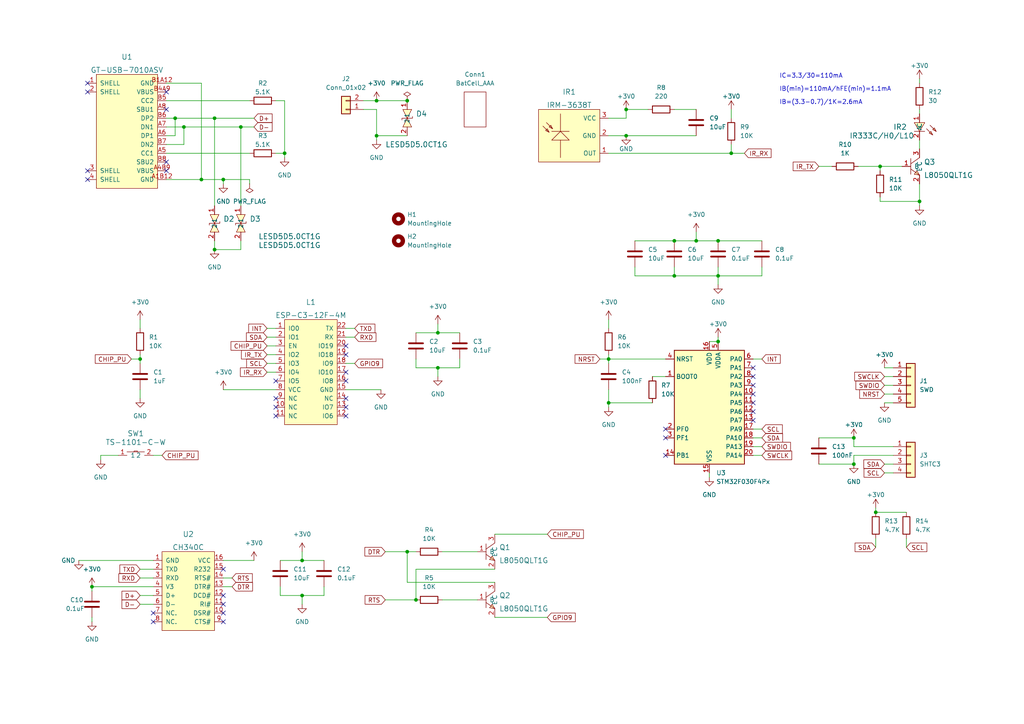
<source format=kicad_sch>
(kicad_sch (version 20211123) (generator eeschema)
  (paper "A4")
  (lib_symbols
    (symbol "Connector_Generic:Conn_01x02" (pin_names (offset 1.016) hide)
      (property "Reference" "J" (at 0 2.54 0))
      (property "Value" "Conn_01x02" (at 0 -5.08 0))
      (symbol "Conn_01x02_1_1"
        (rectangle (start -1.27 -2.413) (end 0 -2.667) (stroke (width 0.1524)))
        (rectangle (start -1.27 0.127) (end 0 -0.127) (stroke (width 0.1524)))
        (rectangle (start -1.27 1.27) (end 1.27 -3.81) (stroke (width 0.254)) (fill (type background)))
        (pin passive line (at -5.08 0 0) (length 3.81) (name "Pin_1") (number "1"))
        (pin passive line (at -5.08 -2.54 0) (length 3.81) (name "Pin_2") (number "2"))
      )
    )
    (symbol "Connector_Generic:Conn_01x04" (pin_names (offset 1.016) hide)
      (property "Reference" "J" (at 0 5.08 0))
      (property "Value" "Conn_01x04" (at 0 -7.62 0))
      (symbol "Conn_01x04_1_1"
        (rectangle (start -1.27 -4.953) (end 0 -5.207) (stroke (width 0.1524)))
        (rectangle (start -1.27 -2.413) (end 0 -2.667) (stroke (width 0.1524)))
        (rectangle (start -1.27 0.127) (end 0 -0.127) (stroke (width 0.1524)))
        (rectangle (start -1.27 2.667) (end 0 2.413) (stroke (width 0.1524)))
        (rectangle (start -1.27 3.81) (end 1.27 -6.35) (stroke (width 0.254)) (fill (type background)))
        (pin passive line (at -5.08 2.54 0) (length 3.81) (name "Pin_1") (number "1"))
        (pin passive line (at -5.08 0 0) (length 3.81) (name "Pin_2") (number "2"))
        (pin passive line (at -5.08 -2.54 0) (length 3.81) (name "Pin_3") (number "3"))
        (pin passive line (at -5.08 -5.08 0) (length 3.81) (name "Pin_4") (number "4"))
      )
    )
    (symbol "Connector_Generic:Conn_01x05" (pin_names (offset 1.016) hide)
      (property "Reference" "J" (at 0 7.62 0))
      (property "Value" "Conn_01x05" (at 0 -7.62 0))
      (symbol "Conn_01x05_1_1"
        (rectangle (start -1.27 -4.953) (end 0 -5.207) (stroke (width 0.1524)))
        (rectangle (start -1.27 -2.413) (end 0 -2.667) (stroke (width 0.1524)))
        (rectangle (start -1.27 0.127) (end 0 -0.127) (stroke (width 0.1524)))
        (rectangle (start -1.27 2.667) (end 0 2.413) (stroke (width 0.1524)))
        (rectangle (start -1.27 5.207) (end 0 4.953) (stroke (width 0.1524)))
        (rectangle (start -1.27 6.35) (end 1.27 -6.35) (stroke (width 0.254)) (fill (type background)))
        (pin passive line (at -5.08 5.08 0) (length 3.81) (name "Pin_1") (number "1"))
        (pin passive line (at -5.08 2.54 0) (length 3.81) (name "Pin_2") (number "2"))
        (pin passive line (at -5.08 0 0) (length 3.81) (name "Pin_3") (number "3"))
        (pin passive line (at -5.08 -2.54 0) (length 3.81) (name "Pin_4") (number "4"))
        (pin passive line (at -5.08 -5.08 0) (length 3.81) (name "Pin_5") (number "5"))
      )
    )
    (symbol "Device:C" (pin_numbers hide) (pin_names (offset 0.254))
      (property "Reference" "C" (at 0.635 2.54 0))
      (property "Value" "C" (at 0.635 -2.54 0))
      (symbol "C_0_1"
        (polyline (pts (xy -2.032 -0.762) (xy 2.032 -0.762)) (stroke (width 0.508)))
        (polyline (pts (xy -2.032 0.762) (xy 2.032 0.762)) (stroke (width 0.508)))
      )
      (symbol "C_1_1"
        (pin passive line (at 0 3.81 270) (length 2.794) (name "~") (number "1"))
        (pin passive line (at 0 -3.81 90) (length 2.794) (name "~") (number "2"))
      )
    )
    (symbol "Device:R" (pin_numbers hide) (pin_names (offset 0))
      (property "Reference" "R" (at 2.032 0 90))
      (property "Value" "R" (at 0 0 90))
      (symbol "R_0_1"
        (rectangle (start -1.016 -2.54) (end 1.016 2.54) (stroke (width 0.254)))
      )
      (symbol "R_1_1"
        (pin passive line (at 0 3.81 270) (length 1.27) (name "~") (number "1"))
        (pin passive line (at 0 -3.81 90) (length 1.27) (name "~") (number "2"))
      )
    )
    (symbol "MCU_ST_STM32F0:STM32F030F4Px"
      (property "Reference" "U" (at -10.16 16.51 0))
      (property "Value" "STM32F030F4Px" (at 5.08 16.51 0))
      (symbol "STM32F030F4Px_0_1"
        (rectangle (start -10.16 -17.78) (end 10.16 15.24) (stroke (width 0.254)) (fill (type background)))
      )
      (symbol "STM32F030F4Px_1_1"
        (pin input line (at -12.7 7.62 0) (length 2.54) (name "BOOT0") (number "1"))
        (pin bidirectional line (at 12.7 2.54 180) (length 2.54) (name "PA4") (number "10"))
        (pin bidirectional line (at 12.7 0 180) (length 2.54) (name "PA5") (number "11"))
        (pin bidirectional line (at 12.7 -2.54 180) (length 2.54) (name "PA6") (number "12"))
        (pin bidirectional line (at 12.7 -5.08 180) (length 2.54) (name "PA7") (number "13"))
        (pin bidirectional line (at -12.7 -15.24 0) (length 2.54) (name "PB1") (number "14"))
        (pin power_in line (at 0 -20.32 90) (length 2.54) (name "VSS") (number "15"))
        (pin power_in line (at 0 17.78 270) (length 2.54) (name "VDD") (number "16"))
        (pin bidirectional line (at 12.7 -7.62 180) (length 2.54) (name "PA9") (number "17"))
        (pin bidirectional line (at 12.7 -10.16 180) (length 2.54) (name "PA10") (number "18"))
        (pin bidirectional line (at 12.7 -12.7 180) (length 2.54) (name "PA13") (number "19"))
        (pin input line (at -12.7 -7.62 0) (length 2.54) (name "PF0") (number "2"))
        (pin bidirectional line (at 12.7 -15.24 180) (length 2.54) (name "PA14") (number "20"))
        (pin input line (at -12.7 -10.16 0) (length 2.54) (name "PF1") (number "3"))
        (pin input line (at -12.7 12.7 0) (length 2.54) (name "NRST") (number "4"))
        (pin power_in line (at 2.54 17.78 270) (length 2.54) (name "VDDA") (number "5"))
        (pin bidirectional line (at 12.7 12.7 180) (length 2.54) (name "PA0") (number "6"))
        (pin bidirectional line (at 12.7 10.16 180) (length 2.54) (name "PA1") (number "7"))
        (pin bidirectional line (at 12.7 7.62 180) (length 2.54) (name "PA2") (number "8"))
        (pin bidirectional line (at 12.7 5.08 180) (length 2.54) (name "PA3") (number "9"))
      )
    )
    (symbol "Mechanical:MountingHole" (pin_names (offset 1.016))
      (property "Reference" "H" (at 0 5.08 0))
      (property "Value" "MountingHole" (at 0 3.175 0))
      (symbol "MountingHole_0_1"
        (circle (center 0 0) (radius 1.27) (stroke (width 1.27)))
      )
    )
    (symbol "easyeda2kicad:CH340C" (pin_names (offset 1.016))
      (property "Reference" "U?" (at 0 13.97 0))
      (property "Value" "CH340C" (at 0 -13.97 0))
      (symbol "CH340C_1_1"
        (rectangle (start -7.62 11.43) (end 7.62 -11.43) (fill (type background)))
        (pin unspecified line (at -10.16 8.89 0) (length 2.54) (name "GND") (number "1"))
        (pin unspecified line (at 10.16 -6.35 180) (length 2.54) (name "DSR#") (number "10"))
        (pin unspecified line (at 10.16 -3.81 180) (length 2.54) (name "RI#") (number "11"))
        (pin unspecified line (at 10.16 -1.27 180) (length 2.54) (name "DCD#") (number "12"))
        (pin unspecified line (at 10.16 1.27 180) (length 2.54) (name "DTR#") (number "13"))
        (pin unspecified line (at 10.16 3.81 180) (length 2.54) (name "RTS#") (number "14"))
        (pin unspecified line (at 10.16 6.35 180) (length 2.54) (name "R232") (number "15"))
        (pin unspecified line (at 10.16 8.89 180) (length 2.54) (name "VCC") (number "16"))
        (pin unspecified line (at -10.16 6.35 0) (length 2.54) (name "TXD") (number "2"))
        (pin unspecified line (at -10.16 3.81 0) (length 2.54) (name "RXD") (number "3"))
        (pin unspecified line (at -10.16 1.27 0) (length 2.54) (name "V3") (number "4"))
        (pin unspecified line (at -10.16 -1.27 0) (length 2.54) (name "D+") (number "5"))
        (pin unspecified line (at -10.16 -3.81 0) (length 2.54) (name "D-") (number "6"))
        (pin unspecified line (at -10.16 -6.35 0) (length 2.54) (name "NC.") (number "7"))
        (pin unspecified line (at -10.16 -8.89 0) (length 2.54) (name "NC.") (number "8"))
        (pin unspecified line (at 10.16 -8.89 180) (length 2.54) (name "CTS#") (number "9"))
      )
    )
    (symbol "easyeda2kicad:ESP-C3-12F-4M" (pin_names (offset 1.016))
      (property "Reference" "L?" (at 0 17.78 0))
      (property "Value" "ESP-C3-12F-4M" (at 0 -17.78 0))
      (symbol "ESP-C3-12F-4M_1_1"
        (rectangle (start -7.62 15.24) (end 7.62 -15.24) (fill (type background)))
        (pin unspecified line (at -10.16 12.7 0) (length 2.54) (name "IO0") (number "1"))
        (pin unspecified line (at -10.16 -10.16 0) (length 2.54) (name "NC") (number "10"))
        (pin unspecified line (at -10.16 -12.7 0) (length 2.54) (name "NC") (number "11"))
        (pin unspecified line (at 10.16 -12.7 180) (length 2.54) (name "IO6") (number "12"))
        (pin unspecified line (at 10.16 -10.16 180) (length 2.54) (name "IO7") (number "13"))
        (pin unspecified line (at 10.16 -7.62 180) (length 2.54) (name "NC") (number "14"))
        (pin unspecified line (at 10.16 -5.08 180) (length 2.54) (name "GND") (number "15"))
        (pin unspecified line (at 10.16 -2.54 180) (length 2.54) (name "IO8") (number "16"))
        (pin unspecified line (at 10.16 0 180) (length 2.54) (name "IO10") (number "17"))
        (pin unspecified line (at 10.16 2.54 180) (length 2.54) (name "IO9") (number "18"))
        (pin unspecified line (at 10.16 5.08 180) (length 2.54) (name "IO18") (number "19"))
        (pin unspecified line (at -10.16 10.16 0) (length 2.54) (name "IO1") (number "2"))
        (pin unspecified line (at 10.16 7.62 180) (length 2.54) (name "IO19") (number "20"))
        (pin unspecified line (at 10.16 10.16 180) (length 2.54) (name "RX") (number "21"))
        (pin unspecified line (at 10.16 12.7 180) (length 2.54) (name "TX") (number "22"))
        (pin unspecified line (at -10.16 7.62 0) (length 2.54) (name "EN") (number "3"))
        (pin unspecified line (at -10.16 5.08 0) (length 2.54) (name "IO2") (number "4"))
        (pin unspecified line (at -10.16 2.54 0) (length 2.54) (name "IO3") (number "5"))
        (pin unspecified line (at -10.16 0 0) (length 2.54) (name "IO4") (number "6"))
        (pin unspecified line (at -10.16 -2.54 0) (length 2.54) (name "IO5") (number "7"))
        (pin unspecified line (at -10.16 -5.08 0) (length 2.54) (name "VCC") (number "8"))
        (pin unspecified line (at -10.16 -7.62 0) (length 2.54) (name "NC") (number "9"))
      )
    )
    (symbol "easyeda2kicad:GT-USB-7010ASV" (pin_names (offset 1.016))
      (property "Reference" "U?" (at 0 20.32 0))
      (property "Value" "GT-USB-7010ASV" (at 0 -17.78 0))
      (symbol "GT-USB-7010ASV_1_1"
        (rectangle (start -10.16 17.78) (end 7.62 -15.24) (fill (type background)))
        (pin unspecified line (at 10.16 -12.7 180) (length 2.54) (name "SHELL") (number "1"))
        (pin unspecified line (at 10.16 -10.16 180) (length 2.54) (name "SHELL") (number "2"))
        (pin unspecified line (at 10.16 12.7 180) (length 2.54) (name "SHELL") (number "3"))
        (pin unspecified line (at 10.16 15.24 180) (length 2.54) (name "SHELL") (number "4"))
        (pin unspecified line (at -12.7 15.24 0) (length 2.54) (name "GND") (number "A1B12"))
        (pin unspecified line (at -12.7 12.7 0) (length 2.54) (name "VBUS") (number "A4B9"))
        (pin unspecified line (at -12.7 7.62 0) (length 2.54) (name "CC1") (number "A5"))
        (pin unspecified line (at -12.7 2.54 0) (length 2.54) (name "DP1") (number "A6"))
        (pin unspecified line (at -12.7 0 0) (length 2.54) (name "DN1") (number "A7"))
        (pin unspecified line (at -12.7 -5.08 0) (length 2.54) (name "SBU1") (number "A8"))
        (pin unspecified line (at -12.7 -12.7 0) (length 2.54) (name "GND") (number "B1A12"))
        (pin unspecified line (at -12.7 -10.16 0) (length 2.54) (name "VBUS") (number "B4A9"))
        (pin unspecified line (at -12.7 -7.62 0) (length 2.54) (name "CC2") (number "B5"))
        (pin unspecified line (at -12.7 -2.54 0) (length 2.54) (name "DP2") (number "B6"))
        (pin unspecified line (at -12.7 5.08 0) (length 2.54) (name "DN2") (number "B7"))
        (pin unspecified line (at -12.7 10.16 0) (length 2.54) (name "SBU2") (number "B8"))
      )
    )
    (symbol "easyeda2kicad:IR333C{slash}H0{slash}L10" (pin_names (offset 1.016))
      (property "Reference" "IR?" (at 0 5.08 0))
      (property "Value" "IR333C{slash}H0{slash}L10" (at 0 -5.08 0))
      (symbol "IR333C{slash}H0{slash}L10_1_1"
        (polyline (pts (xy -0.508 3.048) (xy 1.27 4.826)))
        (polyline (pts (xy 0.508 2.032) (xy 2.286 3.81)))
        (polyline (pts (xy 1.27 1.524) (xy 1.27 -1.524)))
        (polyline (pts (xy -1.27 -1.524) (xy 1.27 0) (xy -1.27 1.524) (xy -1.27 -1.524)) (fill (type background)))
        (polyline (pts (xy 1.27 4.826) (xy 0.254 4.318) (xy 0.762 3.81) (xy 1.27 4.826)) (fill (type background)))
        (polyline (pts (xy 2.286 3.81) (xy 1.27 3.302) (xy 1.778 2.794) (xy 2.286 3.81)) (fill (type background)))
        (pin input line (at -3.81 0 0) (length 2.54) (name "A") (number "1"))
        (pin input line (at 3.81 0 180) (length 2.54) (name "C") (number "2"))
      )
    )
    (symbol "easyeda2kicad:IRM-3638T" (pin_names (offset 1.016))
      (property "Reference" "IR?" (at 0 -2.54 0))
      (property "Value" "IRM-3638T" (at 0 -12.7 0))
      (symbol "IRM-3638T_1_1"
        (rectangle (start -7.62 12.7) (end 7.62 -5.08) (fill (type background)))
        (polyline (pts (xy -1.27 6.35) (xy -6.35 6.35)))
        (polyline (pts (xy 1.27 6.35) (xy 6.35 6.35)))
        (polyline (pts (xy 1.27 8.89) (xy 1.27 3.81)))
        (polyline (pts (xy 2.794 11.43) (xy 1.016 9.652)))
        (polyline (pts (xy 3.81 10.414) (xy 2.032 8.636)))
        (polyline (pts (xy -1.27 3.81) (xy 1.27 6.35) (xy -1.27 8.89) (xy -1.27 3.81)) (fill (type background)))
        (polyline (pts (xy 1.016 9.652) (xy 2.032 10.16) (xy 1.524 10.668) (xy 1.016 9.652)) (fill (type background)))
        (polyline (pts (xy 2.032 8.636) (xy 3.048 9.144) (xy 2.54 9.652) (xy 2.032 8.636)) (fill (type background)))
        (pin input line (at -5.08 -7.62 90) (length 2.54) (name "OUT") (number "1"))
        (pin input line (at 0 -7.62 90) (length 2.54) (name "GND") (number "2"))
        (pin input line (at 5.08 -7.62 90) (length 2.54) (name "VCC") (number "3"))
      )
    )
    (symbol "easyeda2kicad:L8050QLT1G" (pin_names (offset 1.016))
      (property "Reference" "Q?" (at 0 10.16 0))
      (property "Value" "L8050QLT1G" (at 0 -10.16 0))
      (symbol "L8050QLT1G_1_1"
        (polyline (pts (xy 0 -0.762) (xy 2.54 -2.54)))
        (polyline (pts (xy 0 2.286) (xy 0 -2.286)))
        (polyline (pts (xy 2.54 2.54) (xy 0 0.762)))
        (polyline (pts (xy 2.54 -2.54) (xy 1.778 -1.27) (xy 1.016 -2.286) (xy 2.54 -2.54)) (fill (type background)))
        (pin unspecified line (at -2.54 0 0) (length 2.54) (name "B") (number "1"))
        (pin unspecified line (at 2.54 -5.08 90) (length 2.54) (name "E") (number "2"))
        (pin unspecified line (at 2.54 5.08 270) (length 2.54) (name "C") (number "3"))
      )
    )
    (symbol "easyeda2kicad:LESD5D5.0CT1G" (pin_names (offset 1.016))
      (property "Reference" "D?" (at 0 5.08 0))
      (property "Value" "LESD5D5.0CT1G" (at 0 -5.08 0))
      (symbol "LESD5D5.0CT1G_1_1"
        (polyline (pts (xy -2.54 1.27) (xy 0 0) (xy -2.54 -1.27) (xy -2.54 1.27)) (fill (type background)))
        (polyline (pts (xy 2.54 1.27) (xy 0 0) (xy 2.54 -1.27) (xy 2.54 1.27)) (fill (type background)))
        (polyline (pts (xy -0.508 1.524) (xy -0.508 1.524) (xy 0 1.524) (xy 0 -1.524) (xy 0.508 -1.524) (xy 0.508 -1.524)))
        (pin unspecified line (at -5.08 0 0) (length 2.54) (name "1") (number "1"))
        (pin unspecified line (at 5.08 0 180) (length 2.54) (name "2") (number "2"))
      )
    )
    (symbol "easyeda2kicad:TS-1101-C-W" (pin_names (offset 1.016))
      (property "Reference" "SW?" (at 0 5.08 0))
      (property "Value" "TS-1101-C-W" (at 0 -5.08 0))
      (symbol "TS-1101-C-W_1_1"
        (polyline (pts (xy -2.54 1.016) (xy 2.54 1.016)))
        (polyline (pts (xy -0.508 1.016) (xy -0.508 1.27) (xy 0.508 1.27) (xy 0.508 1.016)))
        (pin unspecified line (at -5.08 0 0) (length 2.54) (name "1") (number "1"))
        (pin unspecified line (at 5.08 0 180) (length 2.54) (name "2") (number "2"))
      )
    )
    (symbol "my_lib:BatCell_AAA"
      (property "Reference" "Conn?" (at 2.54 -13.97 0))
      (property "Value" "BatCell_AAA" (at 2.54 0 0))
      (symbol "BatCell_AAA_0_1"
        (rectangle (start -1.27 -12.7) (end 5.08 -2.54))
      )
    )
    (symbol "power:+3V0" (power) (pin_names (offset 0))
      (property "Value" "+3V0" (at 0 3.556 0))
      (symbol "+3V0_0_1"
        (polyline (pts (xy -0.762 1.27) (xy 0 2.54)))
        (polyline (pts (xy 0 0) (xy 0 2.54)))
        (polyline (pts (xy 0 2.54) (xy 0.762 1.27)))
      )
      (symbol "+3V0_1_1"
        (pin power_in line (at 0 0 90) (length 0) hide (name "+3V0") (number "1"))
      )
    )
    (symbol "power:GND" (power) (pin_names (offset 0))
      (property "Value" "GND" (at 0 -3.81 0))
      (symbol "GND_0_1"
        (polyline (pts (xy 0 0) (xy 0 -1.27) (xy 1.27 -1.27) (xy 0 -2.54) (xy -1.27 -1.27) (xy 0 -1.27)))
      )
      (symbol "GND_1_1"
        (pin power_in line (at 0 0 270) (length 0) hide (name "GND") (number "1"))
      )
    )
    (symbol "power:PWR_FLAG" (power) (pin_numbers hide) (pin_names (offset 0) hide)
      (property "Value" "PWR_FLAG" (at 0 3.81 0))
      (symbol "PWR_FLAG_0_0"
        (pin power_out line (at 0 0 90) (length 0) (name "pwr") (number "1"))
      )
      (symbol "PWR_FLAG_0_1"
        (polyline (pts (xy 0 0) (xy 0 1.27) (xy -1.016 1.905) (xy 0 2.54) (xy 1.016 1.905) (xy 0 1.27)))
      )
    )
  )
  (junction (at 118.11 160.02))
  (junction (at 127 106.68))
  (junction (at 201.93 69.85))
  (junction (at 181.61 31.75))
  (junction (at 254 148.59))
  (junction (at 64.77 52.07))
  (junction (at 82.55 44.45))
  (junction (at 208.28 69.85))
  (junction (at 176.53 116.84))
  (junction (at 247.65 127))
  (junction (at 87.63 162.56))
  (junction (at 195.58 80.01))
  (junction (at 109.22 39.37))
  (junction (at 69.85 36.83))
  (junction (at 62.23 72.39))
  (junction (at 62.23 34.29))
  (junction (at 50.8 34.29))
  (junction (at 127 96.52))
  (junction (at 208.28 80.01))
  (junction (at 120.65 173.99))
  (junction (at 247.65 134.62))
  (junction (at 255.27 48.26))
  (junction (at 53.34 36.83))
  (junction (at 40.64 104.14))
  (junction (at 212.09 44.45))
  (junction (at 118.11 29.21))
  (junction (at 195.58 69.85))
  (junction (at 266.7 58.42))
  (junction (at 87.63 172.72))
  (junction (at 176.53 104.14))
  (junction (at 181.61 39.37))
  (junction (at 58.42 52.07))
  (junction (at 26.67 170.18))
  (junction (at 109.22 29.21))
  (junction (at 208.28 99.06))
  (no_connect (at 25.4 49.53))
  (no_connect (at 64.77 177.8))
  (no_connect (at 25.4 52.07))
  (no_connect (at 218.44 111.76))
  (no_connect (at 218.44 114.3))
  (no_connect (at 218.44 116.84))
  (no_connect (at 218.44 109.22))
  (no_connect (at 218.44 106.68))
  (no_connect (at 64.77 165.1))
  (no_connect (at 44.45 180.34))
  (no_connect (at 48.26 26.67))
  (no_connect (at 48.26 31.75))
  (no_connect (at 48.26 49.53))
  (no_connect (at 44.45 177.8))
  (no_connect (at 100.33 102.87))
  (no_connect (at 100.33 107.95))
  (no_connect (at 100.33 118.11))
  (no_connect (at 100.33 100.33))
  (no_connect (at 100.33 110.49))
  (no_connect (at 100.33 120.65))
  (no_connect (at 80.01 110.49))
  (no_connect (at 80.01 120.65))
  (no_connect (at 218.44 119.38))
  (no_connect (at 218.44 121.92))
  (no_connect (at 193.04 132.08))
  (no_connect (at 193.04 124.46))
  (no_connect (at 193.04 127))
  (no_connect (at 48.26 46.99))
  (no_connect (at 25.4 24.13))
  (no_connect (at 25.4 26.67))
  (no_connect (at 64.77 180.34))
  (no_connect (at 64.77 172.72))
  (no_connect (at 80.01 115.57))
  (no_connect (at 64.77 175.26))
  (no_connect (at 100.33 115.57))
  (no_connect (at 80.01 118.11))
  (wire (pts (xy 105.41 29.21) (xy 109.22 29.21)))
  (wire (pts (xy 201.93 69.85) (xy 208.28 69.85)))
  (wire (pts (xy 109.22 31.75) (xy 109.22 39.37)))
  (wire (pts (xy 118.11 168.91) (xy 118.11 160.02)))
  (wire (pts (xy 77.47 102.87) (xy 80.01 102.87)))
  (wire (pts (xy 255.27 57.15) (xy 255.27 58.42)))
  (wire (pts (xy 82.55 44.45) (xy 82.55 45.72)))
  (wire (pts (xy 247.65 129.54) (xy 247.65 127)))
  (wire (pts (xy 93.98 172.72) (xy 87.63 172.72)))
  (wire (pts (xy 255.27 58.42) (xy 266.7 58.42)))
  (wire (pts (xy 48.26 36.83) (xy 53.34 36.83)))
  (wire (pts (xy 120.65 96.52) (xy 127 96.52)))
  (wire (pts (xy 237.49 134.62) (xy 247.65 134.62)))
  (wire (pts (xy 77.47 100.33) (xy 80.01 100.33)))
  (wire (pts (xy 120.65 165.1) (xy 120.65 173.99)))
  (wire (pts (xy 254 156.21) (xy 254 158.75)))
  (wire (pts (xy 100.33 105.41) (xy 102.87 105.41)))
  (wire (pts (xy 127 96.52) (xy 127 93.98)))
  (wire (pts (xy 255.27 48.26) (xy 261.62 48.26)))
  (wire (pts (xy 176.53 113.03) (xy 176.53 116.84)))
  (wire (pts (xy 40.64 102.87) (xy 40.64 104.14)))
  (wire (pts (xy 72.39 52.07) (xy 72.39 53.34)))
  (wire (pts (xy 29.21 133.35) (xy 29.21 132.08)))
  (wire (pts (xy 44.45 132.08) (xy 46.99 132.08)))
  (wire (pts (xy 120.65 106.68) (xy 127 106.68)))
  (wire (pts (xy 62.23 69.85) (xy 62.23 72.39)))
  (wire (pts (xy 189.23 116.84) (xy 176.53 116.84)))
  (wire (pts (xy 48.26 39.37) (xy 50.8 39.37)))
  (wire (pts (xy 212.09 41.91) (xy 212.09 44.45)))
  (wire (pts (xy 50.8 34.29) (xy 62.23 34.29)))
  (wire (pts (xy 64.77 52.07) (xy 72.39 52.07)))
  (wire (pts (xy 181.61 34.29) (xy 181.61 31.75)))
  (wire (pts (xy 40.64 175.26) (xy 44.45 175.26)))
  (wire (pts (xy 262.89 156.21) (xy 262.89 158.75)))
  (wire (pts (xy 218.44 129.54) (xy 220.98 129.54)))
  (wire (pts (xy 218.44 132.08) (xy 220.98 132.08)))
  (wire (pts (xy 266.7 58.42) (xy 266.7 53.34)))
  (wire (pts (xy 255.27 48.26) (xy 255.27 49.53)))
  (wire (pts (xy 184.15 77.47) (xy 184.15 80.01)))
  (wire (pts (xy 128.27 173.99) (xy 138.43 173.99)))
  (wire (pts (xy 118.11 39.37) (xy 109.22 39.37)))
  (wire (pts (xy 237.49 127) (xy 247.65 127)))
  (wire (pts (xy 40.64 165.1) (xy 44.45 165.1)))
  (wire (pts (xy 143.51 154.94) (xy 158.75 154.94)))
  (wire (pts (xy 254 147.32) (xy 254 148.59)))
  (wire (pts (xy 266.7 40.64) (xy 266.7 43.18)))
  (wire (pts (xy 69.85 36.83) (xy 69.85 59.69)))
  (wire (pts (xy 69.85 72.39) (xy 62.23 72.39)))
  (wire (pts (xy 173.99 104.14) (xy 176.53 104.14)))
  (wire (pts (xy 208.28 69.85) (xy 220.98 69.85)))
  (wire (pts (xy 176.53 104.14) (xy 193.04 104.14)))
  (wire (pts (xy 58.42 52.07) (xy 64.77 52.07)))
  (wire (pts (xy 53.34 36.83) (xy 69.85 36.83)))
  (wire (pts (xy 26.67 170.18) (xy 44.45 170.18)))
  (wire (pts (xy 118.11 160.02) (xy 120.65 160.02)))
  (wire (pts (xy 69.85 36.83) (xy 73.66 36.83)))
  (wire (pts (xy 64.77 162.56) (xy 73.66 162.56)))
  (wire (pts (xy 40.64 167.64) (xy 44.45 167.64)))
  (wire (pts (xy 218.44 104.14) (xy 220.98 104.14)))
  (wire (pts (xy 120.65 104.14) (xy 120.65 106.68)))
  (wire (pts (xy 248.92 48.26) (xy 255.27 48.26)))
  (wire (pts (xy 69.85 69.85) (xy 69.85 72.39)))
  (wire (pts (xy 266.7 58.42) (xy 266.7 59.69)))
  (wire (pts (xy 58.42 24.13) (xy 58.42 52.07)))
  (wire (pts (xy 29.21 132.08) (xy 34.29 132.08)))
  (wire (pts (xy 26.67 171.45) (xy 26.67 170.18)))
  (wire (pts (xy 143.51 168.91) (xy 118.11 168.91)))
  (wire (pts (xy 143.51 165.1) (xy 120.65 165.1)))
  (wire (pts (xy 181.61 31.75) (xy 187.96 31.75)))
  (wire (pts (xy 259.08 129.54) (xy 247.65 129.54)))
  (wire (pts (xy 105.41 31.75) (xy 109.22 31.75)))
  (wire (pts (xy 195.58 31.75) (xy 201.93 31.75)))
  (wire (pts (xy 80.01 29.21) (xy 82.55 29.21)))
  (wire (pts (xy 87.63 175.26) (xy 87.63 172.72)))
  (wire (pts (xy 48.26 34.29) (xy 50.8 34.29)))
  (wire (pts (xy 77.47 95.25) (xy 80.01 95.25)))
  (wire (pts (xy 87.63 162.56) (xy 87.63 160.02)))
  (wire (pts (xy 100.33 95.25) (xy 102.87 95.25)))
  (wire (pts (xy 22.86 162.56) (xy 44.45 162.56)))
  (wire (pts (xy 38.1 104.14) (xy 40.64 104.14)))
  (wire (pts (xy 247.65 132.08) (xy 247.65 134.62)))
  (wire (pts (xy 64.77 167.64) (xy 67.31 167.64)))
  (wire (pts (xy 40.64 104.14) (xy 40.64 105.41)))
  (wire (pts (xy 64.77 113.03) (xy 80.01 113.03)))
  (wire (pts (xy 26.67 180.34) (xy 26.67 179.07)))
  (wire (pts (xy 256.54 137.16) (xy 259.08 137.16)))
  (wire (pts (xy 218.44 124.46) (xy 220.98 124.46)))
  (wire (pts (xy 40.64 172.72) (xy 44.45 172.72)))
  (wire (pts (xy 256.54 116.84) (xy 259.08 116.84)))
  (wire (pts (xy 195.58 80.01) (xy 208.28 80.01)))
  (wire (pts (xy 62.23 34.29) (xy 73.66 34.29)))
  (wire (pts (xy 127 96.52) (xy 133.35 96.52)))
  (wire (pts (xy 208.28 80.01) (xy 208.28 82.55)))
  (wire (pts (xy 80.01 44.45) (xy 82.55 44.45)))
  (wire (pts (xy 176.53 34.29) (xy 181.61 34.29)))
  (wire (pts (xy 181.61 39.37) (xy 201.93 39.37)))
  (wire (pts (xy 201.93 69.85) (xy 201.93 67.31)))
  (wire (pts (xy 133.35 104.14) (xy 133.35 106.68)))
  (wire (pts (xy 82.55 29.21) (xy 82.55 44.45)))
  (wire (pts (xy 212.09 34.29) (xy 212.09 31.75)))
  (wire (pts (xy 205.74 137.16) (xy 205.74 138.43)))
  (wire (pts (xy 266.7 22.86) (xy 266.7 24.13)))
  (wire (pts (xy 176.53 102.87) (xy 176.53 104.14)))
  (wire (pts (xy 81.28 172.72) (xy 87.63 172.72)))
  (wire (pts (xy 77.47 107.95) (xy 80.01 107.95)))
  (wire (pts (xy 133.35 106.68) (xy 127 106.68)))
  (wire (pts (xy 77.47 105.41) (xy 80.01 105.41)))
  (wire (pts (xy 259.08 132.08) (xy 247.65 132.08)))
  (wire (pts (xy 100.33 97.79) (xy 102.87 97.79)))
  (wire (pts (xy 50.8 39.37) (xy 50.8 34.29)))
  (wire (pts (xy 64.77 52.07) (xy 64.77 53.34)))
  (wire (pts (xy 212.09 44.45) (xy 176.53 44.45)))
  (wire (pts (xy 220.98 80.01) (xy 208.28 80.01)))
  (wire (pts (xy 64.77 170.18) (xy 67.31 170.18)))
  (wire (pts (xy 48.26 29.21) (xy 72.39 29.21)))
  (wire (pts (xy 128.27 160.02) (xy 138.43 160.02)))
  (wire (pts (xy 266.7 31.75) (xy 266.7 33.02)))
  (wire (pts (xy 195.58 77.47) (xy 195.58 80.01)))
  (wire (pts (xy 220.98 77.47) (xy 220.98 80.01)))
  (wire (pts (xy 208.28 97.79) (xy 208.28 99.06)))
  (wire (pts (xy 184.15 69.85) (xy 195.58 69.85)))
  (wire (pts (xy 195.58 69.85) (xy 201.93 69.85)))
  (wire (pts (xy 40.64 113.03) (xy 40.64 115.57)))
  (wire (pts (xy 77.47 97.79) (xy 80.01 97.79)))
  (wire (pts (xy 143.51 179.07) (xy 158.75 179.07)))
  (wire (pts (xy 81.28 162.56) (xy 87.63 162.56)))
  (wire (pts (xy 109.22 29.21) (xy 118.11 29.21)))
  (wire (pts (xy 93.98 170.18) (xy 93.98 172.72)))
  (wire (pts (xy 87.63 162.56) (xy 93.98 162.56)))
  (wire (pts (xy 176.53 116.84) (xy 176.53 118.11)))
  (wire (pts (xy 48.26 52.07) (xy 58.42 52.07)))
  (wire (pts (xy 237.49 48.26) (xy 241.3 48.26)))
  (wire (pts (xy 189.23 109.22) (xy 193.04 109.22)))
  (wire (pts (xy 208.28 77.47) (xy 208.28 80.01)))
  (wire (pts (xy 256.54 109.22) (xy 259.08 109.22)))
  (wire (pts (xy 218.44 127) (xy 220.98 127)))
  (wire (pts (xy 176.53 104.14) (xy 176.53 105.41)))
  (wire (pts (xy 184.15 80.01) (xy 195.58 80.01)))
  (wire (pts (xy 212.09 44.45) (xy 215.9 44.45)))
  (wire (pts (xy 127 109.22) (xy 127 106.68)))
  (wire (pts (xy 111.76 173.99) (xy 120.65 173.99)))
  (wire (pts (xy 40.64 92.71) (xy 40.64 95.25)))
  (wire (pts (xy 176.53 39.37) (xy 181.61 39.37)))
  (wire (pts (xy 81.28 170.18) (xy 81.28 172.72)))
  (wire (pts (xy 48.26 44.45) (xy 72.39 44.45)))
  (wire (pts (xy 53.34 41.91) (xy 53.34 36.83)))
  (wire (pts (xy 205.74 99.06) (xy 208.28 99.06)))
  (wire (pts (xy 100.33 113.03) (xy 110.49 113.03)))
  (wire (pts (xy 256.54 134.62) (xy 259.08 134.62)))
  (wire (pts (xy 254 148.59) (xy 262.89 148.59)))
  (wire (pts (xy 48.26 41.91) (xy 53.34 41.91)))
  (wire (pts (xy 256.54 106.68) (xy 259.08 106.68)))
  (wire (pts (xy 48.26 24.13) (xy 58.42 24.13)))
  (wire (pts (xy 109.22 39.37) (xy 109.22 40.64)))
  (wire (pts (xy 111.76 160.02) (xy 118.11 160.02)))
  (wire (pts (xy 176.53 92.71) (xy 176.53 95.25)))
  (wire (pts (xy 256.54 111.76) (xy 259.08 111.76)))
  (wire (pts (xy 256.54 114.3) (xy 259.08 114.3)))
  (wire (pts (xy 62.23 34.29) (xy 62.23 59.69)))
  (text "IC=3.3/30=110mA" (at 226.06 22.86 0) (effects (font (size 1.27 1.27)) (justify left bottom)))
  (text "IB(min)=110mA/hFE(min)=1.1mA" (at 226.06 26.67 0) (effects (font (size 1.27 1.27)) (justify left bottom)))
  (text "IB=(3.3-0.7)/1K=2.6mA" (at 226.06 30.48 0) (effects (font (size 1.27 1.27)) (justify left bottom)))
  (global_label "SWCLK" (shape input) (at 256.54 109.22 180) (property "Intersheet References" "${INTERSHEET_REFS}" (effects hide)))
  (global_label "IR_RX" (shape input) (at 77.47 107.95 180) (property "Intersheet References" "${INTERSHEET_REFS}" (effects hide)))
  (global_label "D-" (shape input) (at 73.66 36.83 0) (property "Intersheet References" "${INTERSHEET_REFS}" (effects hide)))
  (global_label "TXD" (shape input) (at 40.64 165.1 180) (property "Intersheet References" "${INTERSHEET_REFS}" (effects hide)))
  (global_label "SWCLK" (shape input) (at 220.98 132.08 0) (property "Intersheet References" "${INTERSHEET_REFS}" (effects hide)))
  (global_label "CHIP_PU" (shape input) (at 77.47 100.33 180) (property "Intersheet References" "${INTERSHEET_REFS}" (effects hide)))
  (global_label "IR_TX" (shape input) (at 237.49 48.26 180) (property "Intersheet References" "${INTERSHEET_REFS}" (effects hide)))
  (global_label "SWDIO" (shape input) (at 256.54 111.76 180) (property "Intersheet References" "${INTERSHEET_REFS}" (effects hide)))
  (global_label "NRST" (shape input) (at 173.99 104.14 180) (property "Intersheet References" "${INTERSHEET_REFS}" (effects hide)))
  (global_label "SDA" (shape input) (at 254 158.75 180) (property "Intersheet References" "${INTERSHEET_REFS}" (effects hide)))
  (global_label "DTR" (shape input) (at 67.31 170.18 0) (property "Intersheet References" "${INTERSHEET_REFS}" (effects hide)))
  (global_label "SWDIO" (shape input) (at 220.98 129.54 0) (property "Intersheet References" "${INTERSHEET_REFS}" (effects hide)))
  (global_label "TXD" (shape input) (at 102.87 95.25 0) (property "Intersheet References" "${INTERSHEET_REFS}" (effects hide)))
  (global_label "CHIP_PU" (shape input) (at 46.99 132.08 0) (property "Intersheet References" "${INTERSHEET_REFS}" (effects hide)))
  (global_label "SCL" (shape input) (at 256.54 137.16 180) (property "Intersheet References" "${INTERSHEET_REFS}" (effects hide)))
  (global_label "IR_RX" (shape input) (at 215.9 44.45 0) (property "Intersheet References" "${INTERSHEET_REFS}" (effects hide)))
  (global_label "D+" (shape input) (at 40.64 172.72 180) (property "Intersheet References" "${INTERSHEET_REFS}" (effects hide)))
  (global_label "RXD" (shape input) (at 40.64 167.64 180) (property "Intersheet References" "${INTERSHEET_REFS}" (effects hide)))
  (global_label "SDA" (shape input) (at 256.54 134.62 180) (property "Intersheet References" "${INTERSHEET_REFS}" (effects hide)))
  (global_label "SCL" (shape input) (at 77.47 105.41 180) (property "Intersheet References" "${INTERSHEET_REFS}" (effects hide)))
  (global_label "SDA" (shape input) (at 220.98 127 0) (property "Intersheet References" "${INTERSHEET_REFS}" (effects hide)))
  (global_label "GPIO9" (shape input) (at 158.75 179.07 0) (property "Intersheet References" "${INTERSHEET_REFS}" (effects hide)))
  (global_label "GPIO9" (shape input) (at 102.87 105.41 0) (property "Intersheet References" "${INTERSHEET_REFS}" (effects hide)))
  (global_label "DTR" (shape input) (at 111.76 160.02 180) (property "Intersheet References" "${INTERSHEET_REFS}" (effects hide)))
  (global_label "SDA" (shape input) (at 77.47 97.79 180) (property "Intersheet References" "${INTERSHEET_REFS}" (effects hide)))
  (global_label "SCL" (shape input) (at 220.98 124.46 0) (property "Intersheet References" "${INTERSHEET_REFS}" (effects hide)))
  (global_label "CHIP_PU" (shape input) (at 38.1 104.14 180) (property "Intersheet References" "${INTERSHEET_REFS}" (effects hide)))
  (global_label "SCL" (shape input) (at 262.89 158.75 0) (property "Intersheet References" "${INTERSHEET_REFS}" (effects hide)))
  (global_label "RXD" (shape input) (at 102.87 97.79 0) (property "Intersheet References" "${INTERSHEET_REFS}" (effects hide)))
  (global_label "D+" (shape input) (at 73.66 34.29 0) (property "插入图纸页参考" "${INTERSHEET_REFS}" (effects hide)))
  (global_label "NRST" (shape input) (at 256.54 114.3 180) (property "Intersheet References" "${INTERSHEET_REFS}" (effects hide)))
  (global_label "IR_TX" (shape input) (at 77.47 102.87 180) (property "Intersheet References" "${INTERSHEET_REFS}" (effects hide)))
  (global_label "D-" (shape input) (at 40.64 175.26 180) (property "Intersheet References" "${INTERSHEET_REFS}" (effects hide)))
  (global_label "RTS" (shape input) (at 67.31 167.64 0) (property "Intersheet References" "${INTERSHEET_REFS}" (effects hide)))
  (global_label "CHIP_PU" (shape input) (at 158.75 154.94 0) (property "Intersheet References" "${INTERSHEET_REFS}" (effects hide)))
  (global_label "INT" (shape input) (at 220.98 104.14 0) (property "Intersheet References" "${INTERSHEET_REFS}" (effects hide)))
  (global_label "RTS" (shape input) (at 111.76 173.99 180) (property "Intersheet References" "${INTERSHEET_REFS}" (effects hide)))
  (global_label "INT" (shape input) (at 77.47 95.25 180) (property "Intersheet References" "${INTERSHEET_REFS}" (effects hide)))
  (symbol (lib_id "power:GND") (at 176.53 118.11 0) (unit 1)
    (property "Reference" "#PWR018" (effects hide))
    (property "Value" "GND" (at 176.53 123.19 0))
  )
  (symbol (lib_id "Device:C") (at 40.64 109.22 0) (unit 1)
    (property "Reference" "C1" (at 44.45 107.9499 0) (effects (justify left)))
    (property "Value" "1uF" (at 44.45 110.4899 0) (effects (justify left)))
    (property "Footprint" "Capacitor_SMD:C_0603_1608Metric_Pad1.08x0.95mm_HandSolder" (effects hide))
  )
  (symbol (lib_id "my_lib:BatCell_AAA") (at 135.89 24.13 0) (unit 1)
    (property "Reference" "Conn1" (at 137.795 21.59 0))
    (property "Value" "BatCell_AAA" (at 137.795 24.13 0))
    (property "Footprint" "my_lib:BatCell_AAA" (effects hide))
  )
  (symbol (lib_id "power:GND") (at 110.49 113.03 0) (unit 1)
    (property "Reference" "#PWR014" (effects hide))
    (property "Value" "GND" (at 110.49 118.11 0))
  )
  (symbol (lib_id "Connector_Generic:Conn_01x04") (at 264.16 132.08 0) (unit 1)
    (property "Reference" "J3" (at 266.7 132.0799 0) (effects (justify left)))
    (property "Value" "SHTC3" (at 266.7 134.6199 0) (effects (justify left)))
    (property "Footprint" "Connector_PinSocket_2.54mm:PinSocket_1x04_P2.54mm_Vertical" (effects hide))
  )
  (symbol (lib_id "power:+3V0") (at 254 147.32 0) (unit 1)
    (property "Reference" "#PWR033" (effects hide))
    (property "Value" "+3V0" (at 254 143.51 0))
  )
  (symbol (lib_id "power:GND") (at 29.21 133.35 0) (unit 1)
    (property "Reference" "#PWR01" (effects hide))
    (property "Value" "GND" (at 29.21 138.43 0))
  )
  (symbol (lib_id "Device:C") (at 195.58 73.66 0) (unit 1)
    (property "Reference" "C6" (at 199.39 72.3899 0) (effects (justify left)))
    (property "Value" "10uF" (at 199.39 74.9299 0) (effects (justify left)))
    (property "Footprint" "Capacitor_SMD:C_0603_1608Metric_Pad1.08x0.95mm_HandSolder" (effects hide))
  )
  (symbol (lib_id "Device:C") (at 133.35 100.33 0) (unit 1)
    (property "Reference" "C3" (at 137.16 99.0599 0) (effects (justify left)))
    (property "Value" "0.1uF" (at 137.16 101.5999 0) (effects (justify left)))
    (property "Footprint" "Capacitor_SMD:C_0603_1608Metric_Pad1.08x0.95mm_HandSolder" (effects hide))
  )
  (symbol (lib_id "Connector_Generic:Conn_01x02") (at 100.33 31.75 180) (unit 1)
    (property "Reference" "J2" (at 100.33 22.86 0))
    (property "Value" "Conn_01x02" (at 100.33 25.4 0))
    (property "Footprint" "Connector_PinHeader_2.54mm:PinHeader_1x02_P2.54mm_Vertical" (effects hide))
  )
  (symbol (lib_id "Device:C") (at 220.98 73.66 0) (unit 1)
    (property "Reference" "C8" (at 224.79 72.3899 0) (effects (justify left)))
    (property "Value" "0.1uF" (at 224.79 74.9299 0) (effects (justify left)))
    (property "Footprint" "Capacitor_SMD:C_0603_1608Metric_Pad1.08x0.95mm_HandSolder" (effects hide))
  )
  (symbol (lib_id "Device:R") (at 262.89 152.4 180) (unit 1)
    (property "Reference" "R14" (at 265.43 151.1299 0) (effects (justify right)))
    (property "Value" "4.7K" (at 265.43 153.6699 0) (effects (justify right)))
    (property "Footprint" "Resistor_SMD:R_0603_1608Metric_Pad0.98x0.95mm_HandSolder" (effects hide))
  )
  (symbol (lib_id "Device:C") (at 208.28 73.66 0) (unit 1)
    (property "Reference" "C7" (at 212.09 72.3899 0) (effects (justify left)))
    (property "Value" "0.1uF" (at 212.09 74.9299 0) (effects (justify left)))
    (property "Footprint" "Capacitor_SMD:C_0603_1608Metric_Pad1.08x0.95mm_HandSolder" (effects hide))
  )
  (symbol (lib_id "easyeda2kicad:L8050QLT1G") (at 264.16 48.26 0) (unit 1)
    (property "Reference" "Q3" (at 267.97 46.99 0) (effects (font (size 1.524 1.524)) (justify left)))
    (property "Value" "L8050QLT1G" (at 267.97 50.8 0) (effects (font (size 1.524 1.524)) (justify left)))
    (property "Footprint" "easyeda2kicad:SOT-23-3_L2.9-W1.3-P1.90-LS2.4-BR" (effects hide))
    (property "Datasheet" "https://lcsc.com/product-detail/Transistors-NPN-PNP_L8050QLT1G_C49581.html" (effects hide))
    (property "Manufacturer" "LRC" (effects hide))
    (property "LCSC Part" "C49581" (effects hide))
    (property "JLC Part" "Extended Part" (effects hide))
  )
  (symbol (lib_id "power:+3V0") (at 87.63 160.02 0) (unit 1)
    (property "Reference" "#PWR029" (effects hide))
    (property "Value" "+3V0" (at 87.63 154.94 0))
  )
  (symbol (lib_id "Device:R") (at 255.27 53.34 180) (unit 1)
    (property "Reference" "R11" (at 257.81 52.0699 0) (effects (justify right)))
    (property "Value" "10K" (at 257.81 54.6099 0) (effects (justify right)))
    (property "Footprint" "Resistor_SMD:R_0603_1608Metric_Pad0.98x0.95mm_HandSolder" (effects hide))
  )
  (symbol (lib_id "power:GND") (at 208.28 82.55 0) (unit 1)
    (property "Reference" "#PWR021" (effects hide))
    (property "Value" "GND" (at 208.28 87.63 0))
  )
  (symbol (lib_id "power:GND") (at 62.23 72.39 0) (unit 1)
    (property "Reference" "#PWR06" (effects hide))
    (property "Value" "GND" (at 62.23 77.47 0))
  )
  (symbol (lib_id "Device:R") (at 212.09 38.1 180) (unit 1)
    (property "Reference" "R9" (at 214.63 36.8299 0) (effects (justify right)))
    (property "Value" "10K" (at 214.63 39.3699 0) (effects (justify right)))
    (property "Footprint" "Resistor_SMD:R_0603_1608Metric_Pad0.98x0.95mm_HandSolder" (effects hide))
  )
  (symbol (lib_id "power:+3V0") (at 109.22 29.21 0) (unit 1)
    (property "Reference" "#PWR012" (effects hide))
    (property "Value" "+3V0" (at 109.22 24.13 0))
  )
  (symbol (lib_id "Device:R") (at 76.2 29.21 90) (unit 1)
    (property "Reference" "R2" (at 76.2 24.13 90))
    (property "Value" "5.1K" (at 76.2 26.67 90))
    (property "Footprint" "Resistor_SMD:R_0603_1608Metric_Pad0.98x0.95mm_HandSolder" (effects hide))
  )
  (symbol (lib_id "Device:C") (at 176.53 109.22 0) (unit 1)
    (property "Reference" "C4" (at 180.34 107.9499 0) (effects (justify left)))
    (property "Value" "100nF" (at 180.34 110.4899 0) (effects (justify left)))
    (property "Footprint" "Capacitor_SMD:C_0603_1608Metric_Pad1.08x0.95mm_HandSolder" (effects hide))
  )
  (symbol (lib_id "Device:R") (at 124.46 160.02 90) (unit 1)
    (property "Reference" "R4" (at 124.46 153.67 90))
    (property "Value" "10K" (at 124.46 156.21 90))
    (property "Footprint" "Resistor_SMD:R_0603_1608Metric_Pad0.98x0.95mm_HandSolder" (effects hide))
  )
  (symbol (lib_id "power:GND") (at 64.77 53.34 0) (unit 1)
    (property "Reference" "#PWR08" (effects hide))
    (property "Value" "GND" (at 64.77 58.42 0))
  )
  (symbol (lib_id "power:GND") (at 256.54 116.84 0) (unit 1)
    (property "Reference" "#PWR0102" (effects hide))
    (property "Value" "GND" (at 256.54 121.92 0))
  )
  (symbol (lib_id "easyeda2kicad:CH340C") (at 54.61 171.45 0) (unit 1)
    (property "Reference" "U2" (at 54.61 154.94 0) (effects (font (size 1.524 1.524))))
    (property "Value" "CH340C" (at 54.61 158.75 0) (effects (font (size 1.524 1.524))))
    (property "Footprint" "easyeda2kicad:SOP-16_L10.0-W3.9-P1.27-LS6.0-BL" (effects hide))
    (property "Datasheet" "https://lcsc.com/product-detail/USB_CH340C_C84681.html" (effects hide))
    (property "Manufacturer" "WCH" (effects hide))
    (property "LCSC Part" "C84681" (effects hide))
    (property "JLC Part" "Extended Part" (effects hide))
  )
  (symbol (lib_id "Device:R") (at 40.64 99.06 180) (unit 1)
    (property "Reference" "R1" (at 43.18 97.7899 0) (effects (justify right)))
    (property "Value" "10K" (at 43.18 100.3299 0) (effects (justify right)))
    (property "Footprint" "Resistor_SMD:R_0603_1608Metric_Pad0.98x0.95mm_HandSolder" (effects hide))
  )
  (symbol (lib_id "power:GND") (at 82.55 45.72 0) (unit 1)
    (property "Reference" "#PWR011" (effects hide))
    (property "Value" "GND" (at 82.55 50.8 0))
  )
  (symbol (lib_id "Connector_Generic:Conn_01x05") (at 264.16 111.76 0) (unit 1)
    (property "Reference" "J1" (at 266.7 110.4899 0) (effects (justify left)))
    (property "Value" "SWD" (at 266.7 113.0299 0) (effects (justify left)))
    (property "Footprint" "Connector_PinHeader_2.54mm:PinHeader_1x05_P2.54mm_Vertical" (effects hide))
  )
  (symbol (lib_id "Device:C") (at 201.93 35.56 0) (unit 1)
    (property "Reference" "C9" (at 205.74 34.2899 0) (effects (justify left)))
    (property "Value" "10uF" (at 205.74 36.8299 0) (effects (justify left)))
    (property "Footprint" "Capacitor_SMD:C_0603_1608Metric_Pad1.08x0.95mm_HandSolder" (effects hide))
  )
  (symbol (lib_id "power:+3V0") (at 181.61 31.75 0) (unit 1)
    (property "Reference" "#PWR023" (effects hide))
    (property "Value" "+3V0" (at 181.61 27.94 0))
  )
  (symbol (lib_id "Device:C") (at 93.98 166.37 0) (unit 1)
    (property "Reference" "C12" (at 97.79 165.0999 0) (effects (justify left)))
    (property "Value" "0.1uF" (at 97.79 167.6399 0) (effects (justify left)))
    (property "Footprint" "Capacitor_SMD:C_0603_1608Metric_Pad1.08x0.95mm_HandSolder" (effects hide))
  )
  (symbol (lib_id "Device:C") (at 120.65 100.33 0) (unit 1)
    (property "Reference" "C2" (at 124.46 99.0599 0) (effects (justify left)))
    (property "Value" "10uF" (at 124.46 101.5999 0) (effects (justify left)))
    (property "Footprint" "Capacitor_SMD:C_0603_1608Metric_Pad1.08x0.95mm_HandSolder" (effects hide))
  )
  (symbol (lib_id "power:GND") (at 127 109.22 0) (unit 1)
    (property "Reference" "#PWR016" (effects hide))
    (property "Value" "GND" (at 127 114.3 0))
  )
  (symbol (lib_id "easyeda2kicad:LESD5D5.0CT1G") (at 62.23 64.77 270) (unit 1)
    (property "Reference" "D2" (at 64.77 63.5 90) (effects (font (size 1.524 1.524)) (justify left)))
    (property "Value" "LESD5D5.0CT1G" (at 74.93 68.58 90) (effects (font (size 1.524 1.524)) (justify left)))
    (property "Footprint" "easyeda2kicad:SOD-523_L1.2-W0.8-LS1.6-BI" (effects hide))
    (property "Datasheet" "https://lcsc.com/product-detail/New-Arrivals_Leshan-Radio-LESD5D5-0CT1G_C383211.html" (effects hide))
    (property "Manufacturer" "Leshan Radio" (effects hide))
    (property "LCSC Part" "C383211" (effects hide))
    (property "JLC Part" "Extended Part" (effects hide))
  )
  (symbol (lib_id "Device:R") (at 191.77 31.75 90) (unit 1)
    (property "Reference" "R8" (at 191.77 25.4 90))
    (property "Value" "220" (at 191.77 27.94 90))
    (property "Footprint" "Resistor_SMD:R_0603_1608Metric_Pad0.98x0.95mm_HandSolder" (effects hide))
  )
  (symbol (lib_id "easyeda2kicad:GT-USB-7010ASV") (at 35.56 36.83 180) (unit 1)
    (property "Reference" "U1" (at 36.83 16.51 0) (effects (font (size 1.524 1.524))))
    (property "Value" "GT-USB-7010ASV" (at 36.83 20.32 0) (effects (font (size 1.524 1.524))))
    (property "Footprint" "easyeda2kicad:USB-C-SMD_G-SWITCH_GT-USB-7010ASV" (effects hide))
    (property "Manufacturer" "G-Switch(品赞)" (effects hide))
    (property "LCSC Part" "C2988369" (effects hide))
  )
  (symbol (lib_id "Device:R") (at 124.46 173.99 90) (unit 1)
    (property "Reference" "R5" (at 124.46 167.64 90))
    (property "Value" "10K" (at 124.46 170.18 90))
    (property "Footprint" "Resistor_SMD:R_0603_1608Metric_Pad0.98x0.95mm_HandSolder" (effects hide))
  )
  (symbol (lib_id "MCU_ST_STM32F0:STM32F030F4Px") (at 205.74 116.84 0) (unit 1)
    (property "Reference" "U3" (at 207.7594 137.16 0) (effects (justify left)))
    (property "Value" "STM32F030F4Px" (at 207.7594 139.7 0) (effects (justify left)))
    (property "Footprint" "Package_SO:TSSOP-20_4.4x6.5mm_P0.65mm" (effects hide))
    (property "Datasheet" "http://www.st.com/st-web-ui/static/active/en/resource/technical/document/datasheet/DM00088500.pdf" (effects hide))
  )
  (symbol (lib_id "power:+3V0") (at 73.66 162.56 0) (unit 1)
    (property "Reference" "#PWR010" (effects hide))
    (property "Value" "+3V0" (at 73.66 157.48 0))
  )
  (symbol (lib_id "power:+3V0") (at 212.09 31.75 0) (unit 1)
    (property "Reference" "#PWR025" (effects hide))
    (property "Value" "+3V0" (at 212.09 27.94 0))
  )
  (symbol (lib_id "power:+3V0") (at 201.93 67.31 0) (unit 1)
    (property "Reference" "#PWR019" (effects hide))
    (property "Value" "+3V0" (at 201.93 62.23 0))
  )
  (symbol (lib_id "power:GND") (at 205.74 138.43 0) (unit 1)
    (property "Reference" "#PWR020" (effects hide))
    (property "Value" "GND" (at 205.74 143.51 0))
  )
  (symbol (lib_id "power:GND") (at 247.65 134.62 0) (unit 1)
    (property "Reference" "#PWR032" (effects hide))
    (property "Value" "GND" (at 247.65 139.7 0))
  )
  (symbol (lib_id "Device:R") (at 176.53 99.06 180) (unit 1)
    (property "Reference" "R6" (at 179.07 97.7899 0) (effects (justify right)))
    (property "Value" "10K" (at 179.07 100.3299 0) (effects (justify right)))
    (property "Footprint" "Resistor_SMD:R_0603_1608Metric_Pad0.98x0.95mm_HandSolder" (effects hide))
  )
  (symbol (lib_id "power:+3V0") (at 40.64 92.71 0) (unit 1)
    (property "Reference" "#PWR04" (effects hide))
    (property "Value" "+3V0" (at 40.64 87.63 0))
  )
  (symbol (lib_id "easyeda2kicad:TS-1101-C-W") (at 39.37 132.08 0) (unit 1)
    (property "Reference" "SW1" (at 39.37 125.73 0) (effects (font (size 1.524 1.524))))
    (property "Value" "TS-1101-C-W" (at 39.37 128.27 0) (effects (font (size 1.524 1.524))))
    (property "Footprint" "easyeda2kicad:SW-SMD_L6.0-W3.3-LS8.0" (effects hide))
    (property "Manufacturer" "XKB Connectivity(中国星坤)" (effects hide))
    (property "LCSC Part" "C318938" (effects hide))
    (property "JLC Part" "Extended Part" (effects hide))
  )
  (symbol (lib_id "Device:C") (at 26.67 175.26 0) (unit 1)
    (property "Reference" "C10" (at 20.32 173.99 0) (effects (justify left)))
    (property "Value" "0.1uF" (at 19.05 176.53 0) (effects (justify left)))
    (property "Footprint" "Capacitor_SMD:C_0603_1608Metric_Pad1.08x0.95mm_HandSolder" (effects hide))
  )
  (symbol (lib_id "power:GND") (at 109.22 40.64 0) (unit 1)
    (property "Reference" "#PWR013" (effects hide))
    (property "Value" "GND" (at 109.22 45.72 0))
  )
  (symbol (lib_id "Device:C") (at 81.28 166.37 0) (unit 1)
    (property "Reference" "C11" (at 85.09 165.0999 0) (effects (justify left)))
    (property "Value" "10uF" (at 85.09 167.6399 0) (effects (justify left)))
    (property "Footprint" "Capacitor_SMD:C_0603_1608Metric_Pad1.08x0.95mm_HandSolder" (effects hide))
  )
  (symbol (lib_id "power:GND") (at 181.61 39.37 0) (unit 1)
    (property "Reference" "#PWR024" (effects hide))
    (property "Value" "GND" (at 181.61 43.18 0))
  )
  (symbol (lib_id "Device:R") (at 245.11 48.26 90) (unit 1)
    (property "Reference" "R10" (at 245.11 41.91 90))
    (property "Value" "1K" (at 245.11 44.45 90))
    (property "Footprint" "Resistor_SMD:R_0603_1608Metric_Pad0.98x0.95mm_HandSolder" (effects hide))
  )
  (symbol (lib_id "power:GND") (at 40.64 115.57 0) (unit 1)
    (property "Reference" "#PWR05" (effects hide))
    (property "Value" "GND" (at 40.64 120.65 0))
  )
  (symbol (lib_id "power:+3V0") (at 26.67 170.18 0) (unit 1)
    (property "Reference" "#PWR03" (effects hide))
    (property "Value" "+3V0" (at 26.67 165.1 0))
  )
  (symbol (lib_id "power:PWR_FLAG") (at 72.39 53.34 180) (unit 1)
    (property "Reference" "#FLG02" (effects hide))
    (property "Value" "PWR_FLAG" (at 72.39 58.42 0))
  )
  (symbol (lib_id "Mechanical:MountingHole") (at 115.57 63.5 0) (unit 1)
    (property "Reference" "H1" (at 118.11 62.2299 0) (effects (justify left)))
    (property "Value" "MountingHole" (at 118.11 64.7699 0) (effects (justify left)))
    (property "Footprint" "MountingHole:MountingHole_3.2mm_M3" (effects hide))
  )
  (symbol (lib_id "power:+3V0") (at 176.53 92.71 0) (unit 1)
    (property "Reference" "#PWR017" (effects hide))
    (property "Value" "+3V0" (at 176.53 87.63 0))
  )
  (symbol (lib_id "Device:C") (at 237.49 130.81 0) (unit 1)
    (property "Reference" "C13" (at 241.3 129.5399 0) (effects (justify left)))
    (property "Value" "100nF" (at 241.3 132.0799 0) (effects (justify left)))
    (property "Footprint" "Capacitor_SMD:C_0603_1608Metric_Pad1.08x0.95mm_HandSolder" (effects hide))
  )
  (symbol (lib_id "power:PWR_FLAG") (at 118.11 29.21 0) (unit 1)
    (property "Reference" "#FLG03" (effects hide))
    (property "Value" "PWR_FLAG" (at 118.11 24.13 0))
  )
  (symbol (lib_id "power:GND") (at 87.63 175.26 0) (unit 1)
    (property "Reference" "#PWR030" (effects hide))
    (property "Value" "GND" (at 87.63 180.34 0))
  )
  (symbol (lib_id "power:+3V0") (at 127 93.98 0) (unit 1)
    (property "Reference" "#PWR015" (effects hide))
    (property "Value" "+3V0" (at 127 88.9 0))
  )
  (symbol (lib_id "easyeda2kicad:IR333C{slash}H0{slash}L10") (at 266.7 36.83 270) (unit 1)
    (property "Reference" "IR2" (at 259.08 36.83 90) (effects (font (size 1.524 1.524)) (justify left)))
    (property "Value" "IR333C/H0/L10" (at 246.38 39.37 90) (effects (font (size 1.524 1.524)) (justify left)))
    (property "Footprint" "easyeda2kicad:LED-TH_BD5.0-P2.54-FD" (effects hide))
    (property "Datasheet" "https://lcsc.com/product-detail/Infrared-IR-LEDs_IR333C-H0-L10_C72053.html" (effects hide))
    (property "Manufacturer" "EVERLIGHT" (effects hide))
    (property "LCSC Part" "C72053" (effects hide))
    (property "JLC Part" "Extended Part" (effects hide))
  )
  (symbol (lib_id "Device:C") (at 184.15 73.66 0) (unit 1)
    (property "Reference" "C5" (at 187.96 72.3899 0) (effects (justify left)))
    (property "Value" "10uF" (at 187.96 74.9299 0) (effects (justify left)))
    (property "Footprint" "Capacitor_SMD:C_0603_1608Metric_Pad1.08x0.95mm_HandSolder" (effects hide))
  )
  (symbol (lib_id "easyeda2kicad:ESP-C3-12F-4M") (at 90.17 107.95 0) (unit 1)
    (property "Reference" "L1" (at 90.17 87.63 0) (effects (font (size 1.524 1.524))))
    (property "Value" "ESP-C3-12F-4M" (at 90.17 91.44 0) (effects (font (size 1.524 1.524))))
    (property "Footprint" "easyeda2kicad:WIRELM-SMD_ESP-C3-12F-2M" (effects hide))
    (property "Manufacturer" "Ai-Thinker(安信可)" (effects hide))
    (property "LCSC Part" "C2838647" (effects hide))
    (property "JLC Part" "Extended Part" (effects hide))
  )
  (symbol (lib_id "easyeda2kicad:IRM-3638T") (at 168.91 39.37 90) (unit 1)
    (property "Reference" "IR1" (at 165.1 26.67 90) (effects (font (size 1.524 1.524))))
    (property "Value" "IRM-3638T" (at 165.1 30.48 90) (effects (font (size 1.524 1.524))))
    (property "Footprint" "easyeda2kicad:OPTO-TH_IRM-3638T" (effects hide))
    (property "Datasheet" "https://lcsc.com/product-detail/Infrared-Receivers_IRM-3638T_C16216.html" (effects hide))
    (property "Manufacturer" "EVERLIGHT" (effects hide))
    (property "LCSC Part" "C16216" (effects hide))
    (property "JLC Part" "Extended Part" (effects hide))
  )
  (symbol (lib_id "power:+3V0") (at 256.54 106.68 0) (unit 1)
    (property "Reference" "#PWR0101" (effects hide))
    (property "Value" "+3V0" (at 256.54 102.87 0))
  )
  (symbol (lib_id "power:GND") (at 22.86 162.56 0) (unit 1)
    (property "Reference" "#PWR02" (effects hide))
    (property "Value" "GND" (at 17.78 162.56 0) (effects (justify left)))
  )
  (symbol (lib_id "easyeda2kicad:LESD5D5.0CT1G") (at 69.85 64.77 270) (unit 1)
    (property "Reference" "D3" (at 72.39 63.5 90) (effects (font (size 1.524 1.524)) (justify left)))
    (property "Value" "LESD5D5.0CT1G" (at 74.93 71.12 90) (effects (font (size 1.524 1.524)) (justify left)))
    (property "Footprint" "easyeda2kicad:SOD-523_L1.2-W0.8-LS1.6-BI" (effects hide))
    (property "Datasheet" "https://lcsc.com/product-detail/New-Arrivals_Leshan-Radio-LESD5D5-0CT1G_C383211.html" (effects hide))
    (property "Manufacturer" "Leshan Radio" (effects hide))
    (property "LCSC Part" "C383211" (effects hide))
    (property "JLC Part" "Extended Part" (effects hide))
  )
  (symbol (lib_id "Device:R") (at 76.2 44.45 90) (unit 1)
    (property "Reference" "R3" (at 76.2 39.37 90))
    (property "Value" "5.1K" (at 76.2 41.91 90))
    (property "Footprint" "Resistor_SMD:R_0603_1608Metric_Pad0.98x0.95mm_HandSolder" (effects hide))
  )
  (symbol (lib_id "power:+3V0") (at 266.7 22.86 0) (unit 1)
    (property "Reference" "#PWR026" (effects hide))
    (property "Value" "+3V0" (at 266.7 19.05 0))
  )
  (symbol (lib_id "Device:R") (at 189.23 113.03 180) (unit 1)
    (property "Reference" "R7" (at 191.77 111.7599 0) (effects (justify right)))
    (property "Value" "10K" (at 191.77 114.2999 0) (effects (justify right)))
    (property "Footprint" "Resistor_SMD:R_0603_1608Metric_Pad0.98x0.95mm_HandSolder" (effects hide))
  )
  (symbol (lib_id "power:+3V0") (at 208.28 97.79 0) (unit 1)
    (property "Reference" "#PWR022" (effects hide))
    (property "Value" "+3V0" (at 208.28 93.98 0))
  )
  (symbol (lib_id "Device:R") (at 266.7 27.94 180) (unit 1)
    (property "Reference" "R12" (at 269.24 26.6699 0) (effects (justify right)))
    (property "Value" "30" (at 269.24 29.2099 0) (effects (justify right)))
    (property "Footprint" "Resistor_SMD:R_0603_1608Metric_Pad0.98x0.95mm_HandSolder" (effects hide))
  )
  (symbol (lib_id "power:+3V0") (at 247.65 127 0) (unit 1)
    (property "Reference" "#PWR031" (effects hide))
    (property "Value" "+3V0" (at 247.65 123.19 0))
  )
  (symbol (lib_id "easyeda2kicad:L8050QLT1G") (at 140.97 160.02 0) (unit 1)
    (property "Reference" "Q1" (at 144.78 158.75 0) (effects (font (size 1.524 1.524)) (justify left)))
    (property "Value" "L8050QLT1G" (at 144.78 162.56 0) (effects (font (size 1.524 1.524)) (justify left)))
    (property "Footprint" "easyeda2kicad:SOT-23-3_L2.9-W1.3-P1.90-LS2.4-BR" (effects hide))
    (property "Datasheet" "https://lcsc.com/product-detail/Transistors-NPN-PNP_L8050QLT1G_C49581.html" (effects hide))
    (property "Manufacturer" "LRC" (effects hide))
    (property "LCSC Part" "C49581" (effects hide))
    (property "JLC Part" "Extended Part" (effects hide))
  )
  (symbol (lib_id "Mechanical:MountingHole") (at 115.57 69.85 0) (unit 1)
    (property "Reference" "H2" (at 118.11 68.5799 0) (effects (justify left)))
    (property "Value" "MountingHole" (at 118.11 71.1199 0) (effects (justify left)))
    (property "Footprint" "MountingHole:MountingHole_3.2mm_M3" (effects hide))
  )
  (symbol (lib_id "easyeda2kicad:LESD5D5.0CT1G") (at 118.11 34.29 270) (unit 1)
    (property "Reference" "D4" (at 120.65 33.02 90) (effects (font (size 1.524 1.524)) (justify left)))
    (property "Value" "LESD5D5.0CT1G" (at 111.76 41.91 90) (effects (font (size 1.524 1.524)) (justify left)))
    (property "Footprint" "easyeda2kicad:SOD-523_L1.2-W0.8-LS1.6-BI" (effects hide))
    (property "Datasheet" "https://lcsc.com/product-detail/New-Arrivals_Leshan-Radio-LESD5D5-0CT1G_C383211.html" (effects hide))
    (property "Manufacturer" "Leshan Radio" (effects hide))
    (property "LCSC Part" "C383211" (effects hide))
    (property "JLC Part" "Extended Part" (effects hide))
  )
  (symbol (lib_id "Device:R") (at 254 152.4 180) (unit 1)
    (property "Reference" "R13" (at 256.54 151.1299 0) (effects (justify right)))
    (property "Value" "4.7K" (at 256.54 153.6699 0) (effects (justify right)))
    (property "Footprint" "Resistor_SMD:R_0603_1608Metric_Pad0.98x0.95mm_HandSolder" (effects hide))
  )
  (symbol (lib_id "power:+3V0") (at 64.77 113.03 0) (unit 1)
    (property "Reference" "#PWR09" (effects hide))
    (property "Value" "+3V0" (at 64.77 107.95 0))
  )
  (symbol (lib_id "easyeda2kicad:L8050QLT1G") (at 140.97 173.99 0) (unit 1)
    (property "Reference" "Q2" (at 144.78 172.72 0) (effects (font (size 1.524 1.524)) (justify left)))
    (property "Value" "L8050QLT1G" (at 144.78 176.53 0) (effects (font (size 1.524 1.524)) (justify left)))
    (property "Footprint" "easyeda2kicad:SOT-23-3_L2.9-W1.3-P1.90-LS2.4-BR" (effects hide))
    (property "Datasheet" "https://lcsc.com/product-detail/Transistors-NPN-PNP_L8050QLT1G_C49581.html" (effects hide))
    (property "Manufacturer" "LRC" (effects hide))
    (property "LCSC Part" "C49581" (effects hide))
    (property "JLC Part" "Extended Part" (effects hide))
  )
  (symbol (lib_id "power:GND") (at 26.67 180.34 0) (unit 1)
    (property "Reference" "#PWR028" (effects hide))
    (property "Value" "GND" (at 26.67 185.42 0))
  )
  (symbol (lib_id "power:GND") (at 266.7 59.69 0) (unit 1)
    (property "Reference" "#PWR027" (effects hide))
    (property "Value" "GND" (at 266.7 64.77 0))
  )
)
</source>
